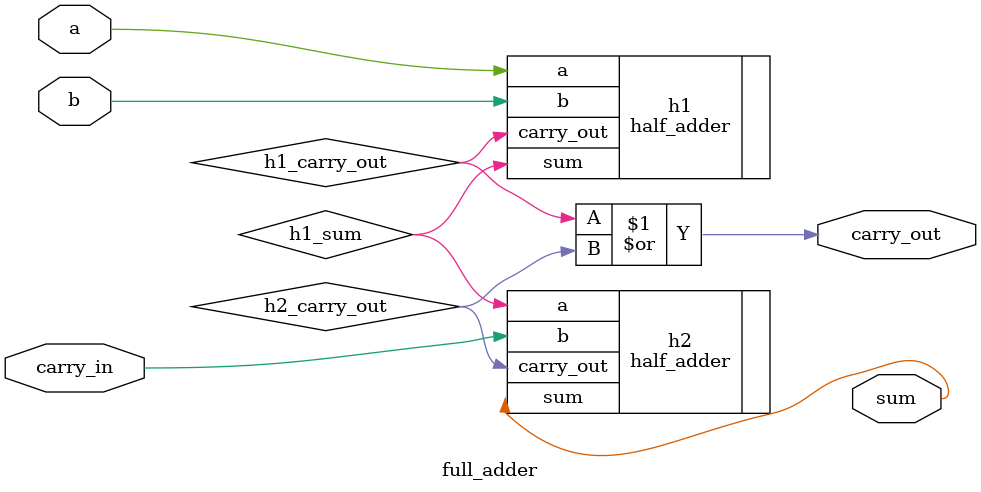
<source format=v>
`timescale 1ns / 1ps


module full_adder(
    input a,
    input b,
    input carry_in,
    output sum,
    output carry_out
    );
    
    wire h1_carry_out, h1_sum;
    wire h2_carry_out;
    
    half_adder h1(.a(a), .b(b), .sum(h1_sum), .carry_out(h1_carry_out));
    half_adder h2(.a(h1_sum), .b(carry_in), .sum(sum), .carry_out(h2_carry_out));
    
    or(carry_out, h1_carry_out, h2_carry_out);
endmodule



</source>
